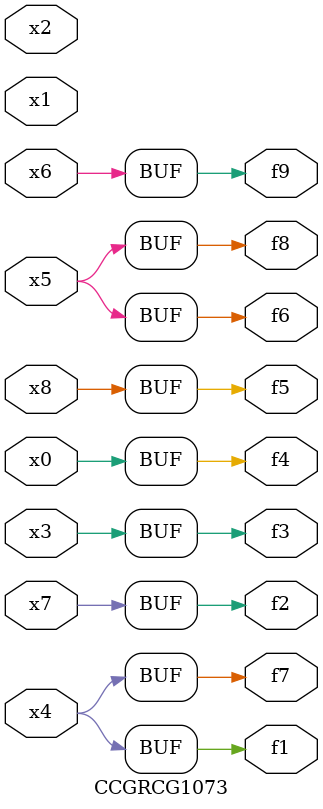
<source format=v>
module CCGRCG1073(
	input x0, x1, x2, x3, x4, x5, x6, x7, x8,
	output f1, f2, f3, f4, f5, f6, f7, f8, f9
);
	assign f1 = x4;
	assign f2 = x7;
	assign f3 = x3;
	assign f4 = x0;
	assign f5 = x8;
	assign f6 = x5;
	assign f7 = x4;
	assign f8 = x5;
	assign f9 = x6;
endmodule

</source>
